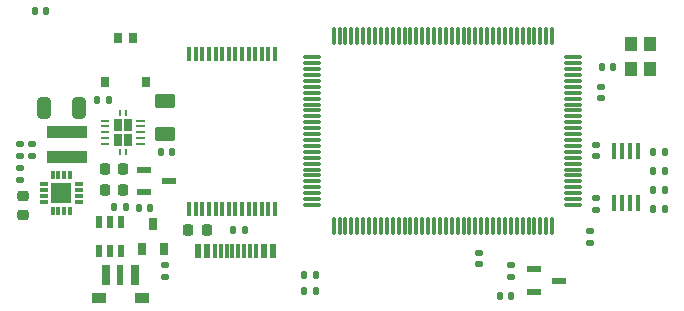
<source format=gbr>
%TF.GenerationSoftware,KiCad,Pcbnew,7.0.1*%
%TF.CreationDate,2024-08-11T10:53:17-07:00*%
%TF.ProjectId,agbc,61676263-2e6b-4696-9361-645f70636258,X4/X5*%
%TF.SameCoordinates,Original*%
%TF.FileFunction,Paste,Top*%
%TF.FilePolarity,Positive*%
%FSLAX46Y46*%
G04 Gerber Fmt 4.6, Leading zero omitted, Abs format (unit mm)*
G04 Created by KiCad (PCBNEW 7.0.1) date 2024-08-11 10:53:17*
%MOMM*%
%LPD*%
G01*
G04 APERTURE LIST*
G04 Aperture macros list*
%AMRoundRect*
0 Rectangle with rounded corners*
0 $1 Rounding radius*
0 $2 $3 $4 $5 $6 $7 $8 $9 X,Y pos of 4 corners*
0 Add a 4 corners polygon primitive as box body*
4,1,4,$2,$3,$4,$5,$6,$7,$8,$9,$2,$3,0*
0 Add four circle primitives for the rounded corners*
1,1,$1+$1,$2,$3*
1,1,$1+$1,$4,$5*
1,1,$1+$1,$6,$7*
1,1,$1+$1,$8,$9*
0 Add four rect primitives between the rounded corners*
20,1,$1+$1,$2,$3,$4,$5,0*
20,1,$1+$1,$4,$5,$6,$7,0*
20,1,$1+$1,$6,$7,$8,$9,0*
20,1,$1+$1,$8,$9,$2,$3,0*%
G04 Aperture macros list end*
%ADD10RoundRect,0.140000X0.140000X0.170000X-0.140000X0.170000X-0.140000X-0.170000X0.140000X-0.170000X0*%
%ADD11R,0.450000X1.400000*%
%ADD12RoundRect,0.135000X0.185000X-0.135000X0.185000X0.135000X-0.185000X0.135000X-0.185000X-0.135000X0*%
%ADD13R,1.250000X0.600000*%
%ADD14RoundRect,0.225000X-0.225000X-0.250000X0.225000X-0.250000X0.225000X0.250000X-0.225000X0.250000X0*%
%ADD15RoundRect,0.140000X-0.140000X-0.170000X0.140000X-0.170000X0.140000X0.170000X-0.140000X0.170000X0*%
%ADD16RoundRect,0.135000X-0.185000X0.135000X-0.185000X-0.135000X0.185000X-0.135000X0.185000X0.135000X0*%
%ADD17R,0.600000X1.150000*%
%ADD18R,0.300000X1.150000*%
%ADD19RoundRect,0.225000X0.250000X-0.225000X0.250000X0.225000X-0.250000X0.225000X-0.250000X-0.225000X0*%
%ADD20RoundRect,0.218750X-0.218750X-0.256250X0.218750X-0.256250X0.218750X0.256250X-0.218750X0.256250X0*%
%ADD21RoundRect,0.140000X0.170000X-0.140000X0.170000X0.140000X-0.170000X0.140000X-0.170000X-0.140000X0*%
%ADD22RoundRect,0.135000X0.135000X0.185000X-0.135000X0.185000X-0.135000X-0.185000X0.135000X-0.185000X0*%
%ADD23RoundRect,0.250000X0.325000X0.650000X-0.325000X0.650000X-0.325000X-0.650000X0.325000X-0.650000X0*%
%ADD24RoundRect,0.225000X0.225000X0.250000X-0.225000X0.250000X-0.225000X-0.250000X0.225000X-0.250000X0*%
%ADD25R,3.400000X1.000000*%
%ADD26R,0.650000X1.100000*%
%ADD27R,0.750000X1.800000*%
%ADD28R,0.600000X1.800000*%
%ADD29R,1.300000X0.900000*%
%ADD30R,1.100000X1.300000*%
%ADD31R,0.300000X1.206500*%
%ADD32R,0.800000X0.300000*%
%ADD33R,0.300000X0.800000*%
%ADD34R,1.750000X1.750000*%
%ADD35R,0.550000X1.050000*%
%ADD36RoundRect,0.140000X-0.170000X0.140000X-0.170000X-0.140000X0.170000X-0.140000X0.170000X0.140000X0*%
%ADD37R,0.230000X0.230000*%
%ADD38O,0.800000X0.230000*%
%ADD39R,0.680000X1.050000*%
%ADD40R,0.260000X0.500000*%
%ADD41R,0.700000X0.900000*%
%ADD42R,0.750000X0.900000*%
%ADD43RoundRect,0.075000X0.675000X-0.075000X0.675000X0.075000X-0.675000X0.075000X-0.675000X-0.075000X0*%
%ADD44RoundRect,0.075000X0.075000X-0.675000X0.075000X0.675000X-0.075000X0.675000X-0.075000X-0.675000X0*%
%ADD45RoundRect,0.135000X-0.135000X-0.185000X0.135000X-0.185000X0.135000X0.185000X-0.135000X0.185000X0*%
%ADD46RoundRect,0.250000X-0.625000X0.375000X-0.625000X-0.375000X0.625000X-0.375000X0.625000X0.375000X0*%
G04 APERTURE END LIST*
D10*
%TO.C,C7*%
X110860000Y-107800000D03*
X109900000Y-107800000D03*
%TD*%
D11*
%TO.C,U8*%
X158975000Y-124050000D03*
X159625000Y-124050000D03*
X160275000Y-124050000D03*
X160925000Y-124050000D03*
X160925000Y-119650000D03*
X160275000Y-119650000D03*
X159625000Y-119650000D03*
X158975000Y-119650000D03*
%TD*%
D12*
%TO.C,R1*%
X150200000Y-130300000D03*
X150200000Y-129280000D03*
%TD*%
D13*
%TO.C,U6*%
X119150000Y-121200000D03*
X119150000Y-123100000D03*
X121250000Y-122150000D03*
%TD*%
D14*
%TO.C,C19*%
X115800000Y-121150000D03*
X117350000Y-121150000D03*
%TD*%
D15*
%TO.C,C20*%
X116160000Y-115300000D03*
X115200000Y-115300000D03*
%TD*%
%TO.C,C11*%
X126700000Y-126350000D03*
X127660000Y-126350000D03*
%TD*%
D16*
%TO.C,R6*%
X108650000Y-121100000D03*
X108650000Y-122120000D03*
%TD*%
D17*
%TO.C,J5*%
X123680000Y-128095000D03*
X124480000Y-128095000D03*
D18*
X125630000Y-128095000D03*
X126630000Y-128095000D03*
X127130000Y-128095000D03*
X128130000Y-128095000D03*
D17*
X130080000Y-128095000D03*
X129280000Y-128095000D03*
D18*
X128630000Y-128095000D03*
X127630000Y-128095000D03*
X126130000Y-128095000D03*
X125130000Y-128095000D03*
%TD*%
D19*
%TO.C,C14*%
X108900000Y-125025000D03*
X108900000Y-123475000D03*
%TD*%
D20*
%TO.C,F2*%
X122875000Y-126350000D03*
X124450000Y-126350000D03*
%TD*%
D21*
%TO.C,C15*%
X120900000Y-130260000D03*
X120900000Y-129300000D03*
%TD*%
D22*
%TO.C,R14*%
X163225000Y-122900000D03*
X162205000Y-122900000D03*
%TD*%
D23*
%TO.C,C21*%
X113650000Y-116000000D03*
X110700000Y-116000000D03*
%TD*%
D24*
%TO.C,C13*%
X117350000Y-122950000D03*
X115800000Y-122950000D03*
%TD*%
D12*
%TO.C,R7*%
X109700000Y-120050000D03*
X109700000Y-119030000D03*
%TD*%
D10*
%TO.C,C23*%
X163225000Y-119675000D03*
X162265000Y-119675000D03*
%TD*%
D25*
%TO.C,L1*%
X112650000Y-120150000D03*
X112650000Y-118050000D03*
%TD*%
D10*
%TO.C,C5*%
X158850000Y-112525000D03*
X157890000Y-112525000D03*
%TD*%
D21*
%TO.C,C10*%
X157875000Y-115175000D03*
X157875000Y-114215000D03*
%TD*%
D12*
%TO.C,R3*%
X156875000Y-127385000D03*
X156875000Y-126365000D03*
%TD*%
D26*
%TO.C,Q1*%
X118940000Y-127900000D03*
X120860000Y-127900000D03*
X119900000Y-125800000D03*
%TD*%
D13*
%TO.C,U1*%
X152200000Y-129650000D03*
X152200000Y-131550000D03*
X154300000Y-130600000D03*
%TD*%
D21*
%TO.C,C22*%
X157450000Y-120060000D03*
X157450000Y-119100000D03*
%TD*%
D27*
%TO.C,S1*%
X115925000Y-130150000D03*
D28*
X117150000Y-130150000D03*
D27*
X118375000Y-130150000D03*
D29*
X115300000Y-132100000D03*
X119000000Y-132100000D03*
%TD*%
D22*
%TO.C,R13*%
X163220000Y-121325000D03*
X162200000Y-121325000D03*
%TD*%
D30*
%TO.C,X1*%
X162000000Y-112650000D03*
X162000000Y-110550000D03*
X160350000Y-110550000D03*
X160350000Y-112650000D03*
%TD*%
D31*
%TO.C,U3*%
X122967800Y-124500000D03*
X123526600Y-124500000D03*
X124085400Y-124500000D03*
X124644200Y-124500000D03*
X125203000Y-124500000D03*
X125761800Y-124500000D03*
X126320600Y-124500000D03*
X126879400Y-124500000D03*
X127438200Y-124500000D03*
X127997000Y-124500000D03*
X128555800Y-124500000D03*
X129114600Y-124500000D03*
X129673400Y-124500000D03*
X130232200Y-124500000D03*
X130232200Y-111380900D03*
X129673400Y-111380900D03*
X129114600Y-111380900D03*
X128555800Y-111380900D03*
X127997000Y-111380900D03*
X127438200Y-111380900D03*
X126879400Y-111380900D03*
X126320600Y-111380900D03*
X125761800Y-111380900D03*
X125203000Y-111380900D03*
X124644200Y-111380900D03*
X124085400Y-111380900D03*
X123526600Y-111380900D03*
X122967800Y-111380900D03*
%TD*%
D32*
%TO.C,U4*%
X110650000Y-122450000D03*
X110650000Y-122950000D03*
X110650000Y-123450000D03*
X110650000Y-123950000D03*
D33*
X111400000Y-124700000D03*
X111900000Y-124700000D03*
X112400000Y-124700000D03*
X112900000Y-124700000D03*
D32*
X113650000Y-123950000D03*
X113650000Y-123450000D03*
X113650000Y-122950000D03*
X113650000Y-122450000D03*
D33*
X112900000Y-121700000D03*
X112400000Y-121700000D03*
X111900000Y-121700000D03*
X111400000Y-121700000D03*
D34*
X112150000Y-123200000D03*
%TD*%
D10*
%TO.C,C17*%
X121500000Y-119750000D03*
X120540000Y-119750000D03*
%TD*%
D35*
%TO.C,U5*%
X115300000Y-128125000D03*
X116250000Y-128125000D03*
X117200000Y-128125000D03*
X117200000Y-125625000D03*
X116250000Y-125625000D03*
X115300000Y-125625000D03*
%TD*%
D36*
%TO.C,C8*%
X147500000Y-128250000D03*
X147500000Y-129210000D03*
%TD*%
D37*
%TO.C,U7*%
X115590000Y-117050000D03*
D38*
X115875000Y-117050000D03*
D37*
X115590000Y-117550000D03*
D38*
X115875000Y-117550000D03*
D37*
X115590000Y-118050000D03*
D38*
X115875000Y-118050000D03*
D37*
X115590000Y-118550000D03*
D38*
X115875000Y-118550000D03*
D37*
X115590000Y-119050000D03*
D38*
X115875000Y-119050000D03*
X118825000Y-119050000D03*
D37*
X119110000Y-119050000D03*
D38*
X118825000Y-118550000D03*
D37*
X119110000Y-118550000D03*
D38*
X118825000Y-118050000D03*
D37*
X119110000Y-118050000D03*
D38*
X118825000Y-117550000D03*
D37*
X119110000Y-117550000D03*
D38*
X118825000Y-117050000D03*
D37*
X119110000Y-117050000D03*
D39*
X116900000Y-117415000D03*
X116900000Y-118685000D03*
D40*
X117100000Y-116420000D03*
X117100000Y-119680000D03*
X117600000Y-116420000D03*
X117600000Y-119680000D03*
D39*
X117800000Y-117415000D03*
X117800000Y-118685000D03*
%TD*%
D41*
%TO.C,J4*%
X116975000Y-110025000D03*
X118175000Y-110025000D03*
D42*
X115800000Y-113775000D03*
X119350000Y-113775000D03*
%TD*%
D22*
%TO.C,R8*%
X133710000Y-130100000D03*
X132690000Y-130100000D03*
%TD*%
%TO.C,R11*%
X133710000Y-131450000D03*
X132690000Y-131450000D03*
%TD*%
D43*
%TO.C,U2*%
X133400000Y-124200000D03*
X133400000Y-123700000D03*
X133400000Y-123200000D03*
X133400000Y-122700000D03*
X133400000Y-122200000D03*
X133400000Y-121700000D03*
X133400000Y-121200000D03*
X133400000Y-120700000D03*
X133400000Y-120200000D03*
X133400000Y-119700000D03*
X133400000Y-119200000D03*
X133400000Y-118700000D03*
X133400000Y-118200000D03*
X133400000Y-117700000D03*
X133400000Y-117200000D03*
X133400000Y-116700000D03*
X133400000Y-116200000D03*
X133400000Y-115700000D03*
X133400000Y-115200000D03*
X133400000Y-114700000D03*
X133400000Y-114200000D03*
X133400000Y-113700000D03*
X133400000Y-113200000D03*
X133400000Y-112700000D03*
X133400000Y-112200000D03*
X133400000Y-111700000D03*
D44*
X135200000Y-109900000D03*
X135700000Y-109900000D03*
X136200000Y-109900000D03*
X136700000Y-109900000D03*
X137200000Y-109900000D03*
X137700000Y-109900000D03*
X138200000Y-109900000D03*
X138700000Y-109900000D03*
X139200000Y-109900000D03*
X139700000Y-109900000D03*
X140200000Y-109900000D03*
X140700000Y-109900000D03*
X141200000Y-109900000D03*
X141700000Y-109900000D03*
X142200000Y-109900000D03*
X142700000Y-109900000D03*
X143200000Y-109900000D03*
X143700000Y-109900000D03*
X144200000Y-109900000D03*
X144700000Y-109900000D03*
X145200000Y-109900000D03*
X145700000Y-109900000D03*
X146200000Y-109900000D03*
X146700000Y-109900000D03*
X147200000Y-109900000D03*
X147700000Y-109900000D03*
X148200000Y-109900000D03*
X148700000Y-109900000D03*
X149200000Y-109900000D03*
X149700000Y-109900000D03*
X150200000Y-109900000D03*
X150700000Y-109900000D03*
X151200000Y-109900000D03*
X151700000Y-109900000D03*
X152200000Y-109900000D03*
X152700000Y-109900000D03*
X153200000Y-109900000D03*
X153700000Y-109900000D03*
D43*
X155500000Y-111700000D03*
X155500000Y-112200000D03*
X155500000Y-112700000D03*
X155500000Y-113200000D03*
X155500000Y-113700000D03*
X155500000Y-114200000D03*
X155500000Y-114700000D03*
X155500000Y-115200000D03*
X155500000Y-115700000D03*
X155500000Y-116200000D03*
X155500000Y-116700000D03*
X155500000Y-117200000D03*
X155500000Y-117700000D03*
X155500000Y-118200000D03*
X155500000Y-118700000D03*
X155500000Y-119200000D03*
X155500000Y-119700000D03*
X155500000Y-120200000D03*
X155500000Y-120700000D03*
X155500000Y-121200000D03*
X155500000Y-121700000D03*
X155500000Y-122200000D03*
X155500000Y-122700000D03*
X155500000Y-123200000D03*
X155500000Y-123700000D03*
X155500000Y-124200000D03*
D44*
X153700000Y-126000000D03*
X153200000Y-126000000D03*
X152700000Y-126000000D03*
X152200000Y-126000000D03*
X151700000Y-126000000D03*
X151200000Y-126000000D03*
X150700000Y-126000000D03*
X150200000Y-126000000D03*
X149700000Y-126000000D03*
X149200000Y-126000000D03*
X148700000Y-126000000D03*
X148200000Y-126000000D03*
X147700000Y-126000000D03*
X147200000Y-126000000D03*
X146700000Y-126000000D03*
X146200000Y-126000000D03*
X145700000Y-126000000D03*
X145200000Y-126000000D03*
X144700000Y-126000000D03*
X144200000Y-126000000D03*
X143700000Y-126000000D03*
X143200000Y-126000000D03*
X142700000Y-126000000D03*
X142200000Y-126000000D03*
X141700000Y-126000000D03*
X141200000Y-126000000D03*
X140700000Y-126000000D03*
X140200000Y-126000000D03*
X139700000Y-126000000D03*
X139200000Y-126000000D03*
X138700000Y-126000000D03*
X138200000Y-126000000D03*
X137700000Y-126000000D03*
X137200000Y-126000000D03*
X136700000Y-126000000D03*
X136200000Y-126000000D03*
X135700000Y-126000000D03*
X135200000Y-126000000D03*
%TD*%
D10*
%TO.C,C24*%
X163225000Y-124525000D03*
X162265000Y-124525000D03*
%TD*%
D12*
%TO.C,R4*%
X108650000Y-120050000D03*
X108650000Y-119030000D03*
%TD*%
D45*
%TO.C,R10*%
X116600000Y-124350000D03*
X117620000Y-124350000D03*
%TD*%
D46*
%TO.C,F1*%
X120950000Y-115400000D03*
X120950000Y-118200000D03*
%TD*%
D36*
%TO.C,C25*%
X157450000Y-123640000D03*
X157450000Y-124600000D03*
%TD*%
D10*
%TO.C,C18*%
X119650000Y-124450000D03*
X118690000Y-124450000D03*
%TD*%
D15*
%TO.C,C1*%
X149270000Y-131900000D03*
X150230000Y-131900000D03*
%TD*%
M02*

</source>
